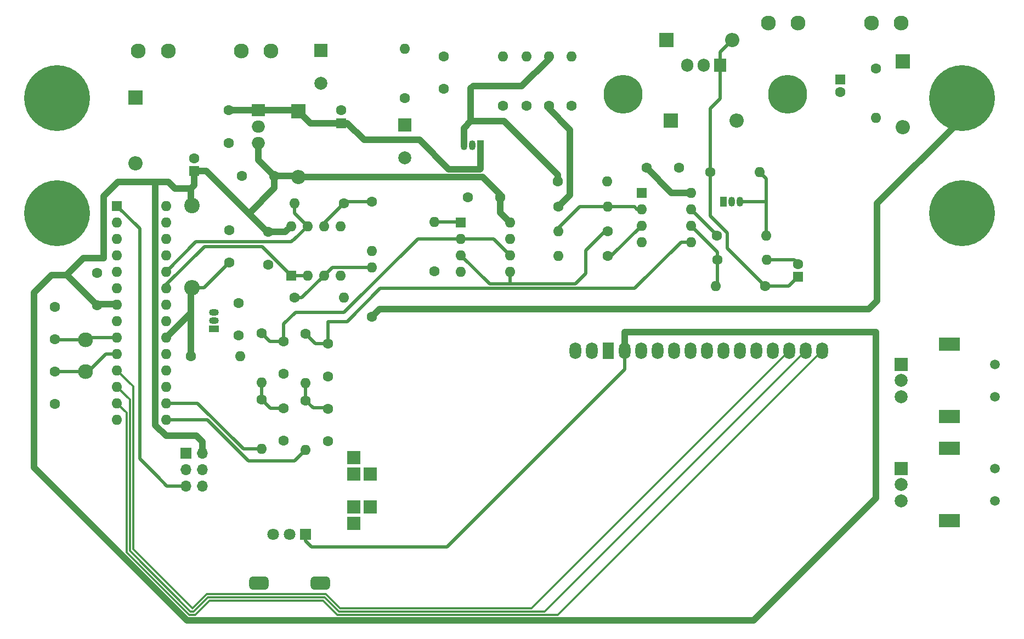
<source format=gbr>
%TF.GenerationSoftware,KiCad,Pcbnew,(6.0.7)*%
%TF.CreationDate,2022-10-29T05:58:59-06:00*%
%TF.ProjectId,atmega-powersupply-v1,61746d65-6761-42d7-906f-776572737570,rev?*%
%TF.SameCoordinates,Original*%
%TF.FileFunction,Copper,L1,Top*%
%TF.FilePolarity,Positive*%
%FSLAX46Y46*%
G04 Gerber Fmt 4.6, Leading zero omitted, Abs format (unit mm)*
G04 Created by KiCad (PCBNEW (6.0.7)) date 2022-10-29 05:58:59*
%MOMM*%
%LPD*%
G01*
G04 APERTURE LIST*
G04 Aperture macros list*
%AMRoundRect*
0 Rectangle with rounded corners*
0 $1 Rounding radius*
0 $2 $3 $4 $5 $6 $7 $8 $9 X,Y pos of 4 corners*
0 Add a 4 corners polygon primitive as box body*
4,1,4,$2,$3,$4,$5,$6,$7,$8,$9,$2,$3,0*
0 Add four circle primitives for the rounded corners*
1,1,$1+$1,$2,$3*
1,1,$1+$1,$4,$5*
1,1,$1+$1,$6,$7*
1,1,$1+$1,$8,$9*
0 Add four rect primitives between the rounded corners*
20,1,$1+$1,$2,$3,$4,$5,0*
20,1,$1+$1,$4,$5,$6,$7,0*
20,1,$1+$1,$6,$7,$8,$9,0*
20,1,$1+$1,$8,$9,$2,$3,0*%
G04 Aperture macros list end*
%TA.AperFunction,ComponentPad*%
%ADD10R,2.200000X2.200000*%
%TD*%
%TA.AperFunction,ComponentPad*%
%ADD11O,2.200000X2.200000*%
%TD*%
%TA.AperFunction,ComponentPad*%
%ADD12C,1.600000*%
%TD*%
%TA.AperFunction,ComponentPad*%
%ADD13O,1.600000X1.600000*%
%TD*%
%TA.AperFunction,ComponentPad*%
%ADD14R,1.600000X1.600000*%
%TD*%
%TA.AperFunction,ComponentPad*%
%ADD15R,1.700000X1.700000*%
%TD*%
%TA.AperFunction,ComponentPad*%
%ADD16O,1.700000X1.700000*%
%TD*%
%TA.AperFunction,ComponentPad*%
%ADD17R,2.000000X2.000000*%
%TD*%
%TA.AperFunction,ComponentPad*%
%ADD18C,2.000000*%
%TD*%
%TA.AperFunction,ComponentPad*%
%ADD19R,1.500000X1.050000*%
%TD*%
%TA.AperFunction,ComponentPad*%
%ADD20O,1.500000X1.050000*%
%TD*%
%TA.AperFunction,ComponentPad*%
%ADD21R,2.000000X1.905000*%
%TD*%
%TA.AperFunction,ComponentPad*%
%ADD22O,2.000000X1.905000*%
%TD*%
%TA.AperFunction,ComponentPad*%
%ADD23C,10.160000*%
%TD*%
%TA.AperFunction,ComponentPad*%
%ADD24C,2.300000*%
%TD*%
%TA.AperFunction,ComponentPad*%
%ADD25R,1.800000X1.800000*%
%TD*%
%TA.AperFunction,ComponentPad*%
%ADD26C,1.800000*%
%TD*%
%TA.AperFunction,ComponentPad*%
%ADD27RoundRect,0.500000X-1.000000X0.500000X-1.000000X-0.500000X1.000000X-0.500000X1.000000X0.500000X0*%
%TD*%
%TA.AperFunction,ComponentPad*%
%ADD28C,1.500000*%
%TD*%
%TA.AperFunction,ComponentPad*%
%ADD29R,3.200000X2.000000*%
%TD*%
%TA.AperFunction,ComponentPad*%
%ADD30R,1.050000X1.500000*%
%TD*%
%TA.AperFunction,ComponentPad*%
%ADD31O,1.050000X1.500000*%
%TD*%
%TA.AperFunction,ComponentPad*%
%ADD32C,6.000000*%
%TD*%
%TA.AperFunction,ComponentPad*%
%ADD33R,1.905000X2.000000*%
%TD*%
%TA.AperFunction,ComponentPad*%
%ADD34O,1.905000X2.000000*%
%TD*%
%TA.AperFunction,ComponentPad*%
%ADD35R,1.800000X2.600000*%
%TD*%
%TA.AperFunction,ComponentPad*%
%ADD36O,1.800000X2.600000*%
%TD*%
%TA.AperFunction,ComponentPad*%
%ADD37C,2.400000*%
%TD*%
%TA.AperFunction,ComponentPad*%
%ADD38O,2.400000X2.400000*%
%TD*%
%TA.AperFunction,Conductor*%
%ADD39C,1.000000*%
%TD*%
%TA.AperFunction,Conductor*%
%ADD40C,0.500000*%
%TD*%
%TA.AperFunction,Conductor*%
%ADD41C,0.250000*%
%TD*%
%TA.AperFunction,Conductor*%
%ADD42C,0.300000*%
%TD*%
G04 APERTURE END LIST*
D10*
%TO.P,D2,1,K*%
%TO.N,VAA*%
X81692750Y-45212000D03*
D11*
%TO.P,D2,2,A*%
%TO.N,+5V*%
X81692750Y-55372000D03*
%TD*%
D12*
%TO.P,C5,1*%
%TO.N,+5V*%
X77969750Y-55245000D03*
%TO.P,C5,2*%
%TO.N,Earth*%
X72969750Y-55245000D03*
%TD*%
%TO.P,R3,1*%
%TO.N,Net-(C9-Pad1)*%
X82800000Y-79629000D03*
D13*
%TO.P,R3,2*%
%TO.N,Net-(C8-Pad1)*%
X82800000Y-87249000D03*
%TD*%
D12*
%TO.P,C8,1*%
%TO.N,Net-(C8-Pad1)*%
X86200000Y-91200000D03*
%TO.P,C8,2*%
%TO.N,Earth*%
X86200000Y-96200000D03*
%TD*%
D14*
%TO.P,U2,1*%
%TO.N,Net-(R12-Pad1)*%
X134625000Y-57800000D03*
D13*
%TO.P,U2,2,-*%
%TO.N,Net-(R10-Pad2)*%
X134625000Y-60340000D03*
%TO.P,U2,3,+*%
%TO.N,Net-(R11-Pad1)*%
X134625000Y-62880000D03*
%TO.P,U2,4,V-*%
%TO.N,Earth*%
X134625000Y-65420000D03*
%TO.P,U2,5,+*%
%TO.N,Net-(C9-Pad1)*%
X142245000Y-65420000D03*
%TO.P,U2,6,-*%
%TO.N,Net-(R4-Pad1)*%
X142245000Y-62880000D03*
%TO.P,U2,7*%
%TO.N,Net-(R6-Pad1)*%
X142245000Y-60340000D03*
%TO.P,U2,8,V+*%
%TO.N,VAA*%
X142245000Y-57800000D03*
%TD*%
D12*
%TO.P,R13,1*%
%TO.N,Net-(C14-Pad1)*%
X76000000Y-89789000D03*
D13*
%TO.P,R13,2*%
%TO.N,Net-(R13-Pad2)*%
X76000000Y-97409000D03*
%TD*%
D15*
%TO.P,J5,1,MISO*%
%TO.N,Net-(J5-Pad1)*%
X64293750Y-98044000D03*
D16*
%TO.P,J5,2,VCC*%
%TO.N,+5V*%
X66833750Y-98044000D03*
%TO.P,J5,3,SCK*%
%TO.N,Net-(J5-Pad3)*%
X64293750Y-100584000D03*
%TO.P,J5,4,MOSI*%
%TO.N,Net-(J5-Pad4)*%
X66833750Y-100584000D03*
%TO.P,J5,5,~{RST}*%
%TO.N,Net-(J5-Pad5)*%
X64293750Y-103124000D03*
%TO.P,J5,6,GND*%
%TO.N,Earth*%
X66833750Y-103124000D03*
%TD*%
D12*
%TO.P,C17,1*%
%TO.N,+5V*%
X50577750Y-75184000D03*
%TO.P,C17,2*%
%TO.N,Earth*%
X50577750Y-70184000D03*
%TD*%
D17*
%TO.P,C2,1*%
%TO.N,Net-(C2-Pad1)*%
X98075750Y-47371000D03*
D18*
%TO.P,C2,2*%
%TO.N,Earth*%
X98075750Y-52371000D03*
%TD*%
D19*
%TO.P,U8,1*%
%TO.N,N/C*%
X68611750Y-78867000D03*
D20*
%TO.P,U8,2,K*%
%TO.N,Net-(C21-Pad1)*%
X68611750Y-77597000D03*
%TO.P,U8,3,A*%
%TO.N,Earth*%
X68611750Y-76327000D03*
%TD*%
D21*
%TO.P,U1,1,VI*%
%TO.N,VAA*%
X75469750Y-45085000D03*
D22*
%TO.P,U1,2,GND*%
%TO.N,Earth*%
X75469750Y-47625000D03*
%TO.P,U1,3,VO*%
%TO.N,+5V*%
X75469750Y-50165000D03*
%TD*%
D12*
%TO.P,C20,1*%
%TO.N,Earth*%
X44050000Y-90400000D03*
%TO.P,C20,2*%
%TO.N,Net-(C20-Pad2)*%
X44050000Y-85400000D03*
%TD*%
%TO.P,R18,1*%
%TO.N,Net-(D3-Pad1)*%
X120330000Y-44360000D03*
D13*
%TO.P,R18,2*%
%TO.N,+VDC*%
X120330000Y-36740000D03*
%TD*%
D12*
%TO.P,R11,1*%
%TO.N,Net-(R11-Pad1)*%
X129390000Y-67560000D03*
D13*
%TO.P,R11,2*%
%TO.N,Earth*%
X121770000Y-67560000D03*
%TD*%
D10*
%TO.P,D4,1,K*%
%TO.N,Net-(C11-Pad1)*%
X138480000Y-34200000D03*
D11*
%TO.P,D4,2,A*%
%TO.N,Net-(C10-Pad1)*%
X148640000Y-34200000D03*
%TD*%
D12*
%TO.P,C16,1*%
%TO.N,+5V*%
X76993750Y-63881000D03*
%TO.P,C16,2*%
%TO.N,Earth*%
X76993750Y-68881000D03*
%TD*%
D10*
%TO.P,D5,1,K*%
%TO.N,Net-(C11-Pad1)*%
X174980000Y-37490000D03*
D11*
%TO.P,D5,2,A*%
%TO.N,Earth*%
X174980000Y-47650000D03*
%TD*%
D23*
%TO.P,J3,1,Pin_1*%
%TO.N,Net-(F2-Pad2)*%
X184150000Y-43180000D03*
%TD*%
D12*
%TO.P,R17,1*%
%TO.N,Net-(D3-Pad1)*%
X116890000Y-44330000D03*
D13*
%TO.P,R17,2*%
%TO.N,+VDC*%
X116890000Y-36710000D03*
%TD*%
D23*
%TO.P,J4,1,Pin_1*%
%TO.N,Earth*%
X184150000Y-60960000D03*
%TD*%
D24*
%TO.P,F1,1*%
%TO.N,Net-(F1-Pad1)*%
X61560000Y-35890000D03*
X56960000Y-35890000D03*
%TO.P,F1,2*%
%TO.N,+VDC*%
X72860000Y-35890000D03*
X77460000Y-35890000D03*
%TD*%
D12*
%TO.P,R10,1*%
%TO.N,Net-(D3-Pad1)*%
X121780000Y-59970000D03*
D13*
%TO.P,R10,2*%
%TO.N,Net-(R10-Pad2)*%
X129400000Y-59970000D03*
%TD*%
D12*
%TO.P,C13,1*%
%TO.N,+VDC*%
X104100000Y-36725000D03*
%TO.P,C13,2*%
%TO.N,Earth*%
X104100000Y-41725000D03*
%TD*%
%TO.P,R9,1*%
%TO.N,+VDC*%
X121730000Y-56080000D03*
D13*
%TO.P,R9,2*%
%TO.N,Net-(R11-Pad1)*%
X129350000Y-56080000D03*
%TD*%
D12*
%TO.P,R1,1*%
%TO.N,Net-(C2-Pad1)*%
X98100000Y-43175000D03*
D13*
%TO.P,R1,2*%
%TO.N,+VDC*%
X98100000Y-35555000D03*
%TD*%
D12*
%TO.P,R20,1*%
%TO.N,Net-(F2-Pad2)*%
X92995750Y-76962000D03*
D13*
%TO.P,R20,2*%
%TO.N,Net-(R20-Pad2)*%
X92995750Y-69342000D03*
%TD*%
D12*
%TO.P,R8,1*%
%TO.N,Net-(C11-Pad1)*%
X170790000Y-38640000D03*
D13*
%TO.P,R8,2*%
%TO.N,Earth*%
X170790000Y-46260000D03*
%TD*%
D12*
%TO.P,R14,1*%
%TO.N,Net-(C15-Pad1)*%
X76000000Y-79542000D03*
D13*
%TO.P,R14,2*%
%TO.N,Net-(C14-Pad1)*%
X76000000Y-87162000D03*
%TD*%
D10*
%TO.P,D3,1,K*%
%TO.N,Net-(D3-Pad1)*%
X139150000Y-46690000D03*
D11*
%TO.P,D3,2,A*%
%TO.N,Net-(C11-Pad1)*%
X149310000Y-46690000D03*
%TD*%
D14*
%TO.P,U4,1*%
%TO.N,Net-(R15-Pad2)*%
X106721750Y-62367000D03*
D13*
%TO.P,U4,2,-*%
%TO.N,Net-(C15-Pad1)*%
X106721750Y-64907000D03*
%TO.P,U4,3,+*%
%TO.N,Net-(R12-Pad1)*%
X106721750Y-67447000D03*
%TO.P,U4,4,V-*%
%TO.N,Earth*%
X106721750Y-69987000D03*
%TO.P,U4,5,+*%
%TO.N,Net-(R12-Pad1)*%
X114341750Y-69987000D03*
%TO.P,U4,6,-*%
%TO.N,Net-(C15-Pad1)*%
X114341750Y-67447000D03*
%TO.P,U4,7*%
%TO.N,unconnected-(U4-Pad7)*%
X114341750Y-64907000D03*
%TO.P,U4,8,V+*%
%TO.N,+5V*%
X114341750Y-62367000D03*
%TD*%
D12*
%TO.P,C18,1*%
%TO.N,+5VA*%
X71024750Y-68580000D03*
%TO.P,C18,2*%
%TO.N,Earth*%
X71024750Y-63580000D03*
%TD*%
%TO.P,C12,1*%
%TO.N,+5V*%
X112820000Y-58470000D03*
%TO.P,C12,2*%
%TO.N,Earth*%
X107820000Y-58470000D03*
%TD*%
%TO.P,R5,1*%
%TO.N,Net-(C10-Pad1)*%
X153701750Y-72263000D03*
D13*
%TO.P,R5,2*%
%TO.N,Net-(R4-Pad1)*%
X146081750Y-72263000D03*
%TD*%
D12*
%TO.P,R19,1*%
%TO.N,Net-(D3-Pad1)*%
X123840000Y-44360000D03*
D13*
%TO.P,R19,2*%
%TO.N,+VDC*%
X123840000Y-36740000D03*
%TD*%
D23*
%TO.P,J1,1,Pin_1*%
%TO.N,Net-(F1-Pad1)*%
X44450000Y-43180000D03*
%TD*%
D12*
%TO.P,C19,1*%
%TO.N,Net-(C19-Pad1)*%
X44050000Y-80450000D03*
%TO.P,C19,2*%
%TO.N,Earth*%
X44050000Y-75450000D03*
%TD*%
D25*
%TO.P,RV1,1,1*%
%TO.N,+5V*%
X82800000Y-110600000D03*
D26*
%TO.P,RV1,2,2*%
%TO.N,Net-(RV1-Pad2)*%
X80300000Y-110600000D03*
%TO.P,RV1,3,3*%
%TO.N,Earth*%
X77800000Y-110600000D03*
D27*
%TO.P,RV1,MP*%
%TO.N,N/C*%
X75550000Y-118100000D03*
X85050000Y-118100000D03*
%TD*%
D28*
%TO.P,SW2,*%
%TO.N,*%
X189200000Y-105400000D03*
X189200000Y-100400000D03*
D17*
%TO.P,SW2,A,A*%
%TO.N,Net-(SW2-PadA)*%
X174700000Y-100400000D03*
D18*
%TO.P,SW2,B,B*%
%TO.N,Net-(SW2-PadB)*%
X174700000Y-105400000D03*
%TO.P,SW2,C,C*%
%TO.N,Earth*%
X174700000Y-102900000D03*
D29*
%TO.P,SW2,MP*%
%TO.N,N/C*%
X182200000Y-108500000D03*
X182200000Y-97300000D03*
%TD*%
D14*
%TO.P,U6,1,~{RESET}/PC6*%
%TO.N,Net-(J5-Pad5)*%
X53635750Y-59827000D03*
D13*
%TO.P,U6,2,PD0*%
%TO.N,Net-(U6-Pad2)*%
X53635750Y-62367000D03*
%TO.P,U6,3,PD1*%
%TO.N,Net-(U6-Pad3)*%
X53635750Y-64907000D03*
%TO.P,U6,4,PD2*%
%TO.N,unconnected-(U6-Pad4)*%
X53635750Y-67447000D03*
%TO.P,U6,5,PD3*%
%TO.N,unconnected-(U6-Pad5)*%
X53635750Y-69987000D03*
%TO.P,U6,6,PD4*%
%TO.N,Net-(U6-Pad6)*%
X53635750Y-72527000D03*
%TO.P,U6,7,VCC*%
%TO.N,+5V*%
X53635750Y-75067000D03*
%TO.P,U6,8,GND*%
%TO.N,Earth*%
X53635750Y-77607000D03*
%TO.P,U6,9,XTAL1/PB6*%
%TO.N,Net-(C19-Pad1)*%
X53635750Y-80147000D03*
%TO.P,U6,10,XTAL2/PB7*%
%TO.N,Net-(C20-Pad2)*%
X53635750Y-82687000D03*
%TO.P,U6,11,PD5*%
%TO.N,Net-(U6-Pad11)*%
X53635750Y-85227000D03*
%TO.P,U6,12,PD6*%
%TO.N,Net-(U6-Pad12)*%
X53635750Y-87767000D03*
%TO.P,U6,13,PD7*%
%TO.N,Net-(U6-Pad13)*%
X53635750Y-90307000D03*
%TO.P,U6,14,PB0*%
%TO.N,unconnected-(U6-Pad14)*%
X53635750Y-92847000D03*
%TO.P,U6,15,PB1*%
%TO.N,Net-(R2-Pad2)*%
X61255750Y-92847000D03*
%TO.P,U6,16,PB2*%
%TO.N,Net-(R13-Pad2)*%
X61255750Y-90307000D03*
%TO.P,U6,17,PB3*%
%TO.N,Net-(J5-Pad1)*%
X61255750Y-87767000D03*
%TO.P,U6,18,PB4*%
%TO.N,Net-(J5-Pad4)*%
X61255750Y-85227000D03*
%TO.P,U6,19,PB5*%
%TO.N,Net-(J5-Pad3)*%
X61255750Y-82687000D03*
%TO.P,U6,20,AVCC*%
%TO.N,+5VA*%
X61255750Y-80147000D03*
%TO.P,U6,21,AREF*%
%TO.N,Net-(C21-Pad1)*%
X61255750Y-77607000D03*
%TO.P,U6,22,GND*%
%TO.N,Earth*%
X61255750Y-75067000D03*
%TO.P,U6,23,PC0*%
%TO.N,Net-(U5-Pad1)*%
X61255750Y-72527000D03*
%TO.P,U6,24,PC1*%
%TO.N,Net-(R22-Pad2)*%
X61255750Y-69987000D03*
%TO.P,U6,25,PC2*%
%TO.N,Net-(SW2-PadB)*%
X61255750Y-67447000D03*
%TO.P,U6,26,PC3*%
%TO.N,Net-(SW2-PadA)*%
X61255750Y-64907000D03*
%TO.P,U6,27,PC4*%
%TO.N,Net-(SW3-PadB)*%
X61255750Y-62367000D03*
%TO.P,U6,28,PC5*%
%TO.N,Net-(SW3-PadA)*%
X61255750Y-59827000D03*
%TD*%
D12*
%TO.P,R4,1*%
%TO.N,Net-(R4-Pad1)*%
X146335750Y-68199000D03*
D13*
%TO.P,R4,2*%
%TO.N,Earth*%
X153955750Y-68199000D03*
%TD*%
D12*
%TO.P,R23,1*%
%TO.N,Net-(R22-Pad1)*%
X92995750Y-59182000D03*
D13*
%TO.P,R23,2*%
%TO.N,Earth*%
X92995750Y-66802000D03*
%TD*%
D30*
%TO.P,Q1,1,E*%
%TO.N,VAA*%
X109760000Y-50460000D03*
D31*
%TO.P,Q1,2,B*%
%TO.N,Net-(C2-Pad1)*%
X108490000Y-50460000D03*
%TO.P,Q1,3,C*%
%TO.N,+VDC*%
X107220000Y-50460000D03*
%TD*%
D12*
%TO.P,R21,1*%
%TO.N,Net-(R20-Pad2)*%
X81057750Y-74041000D03*
D13*
%TO.P,R21,2*%
%TO.N,Earth*%
X88677750Y-74041000D03*
%TD*%
D14*
%TO.P,C10,1*%
%TO.N,Net-(C10-Pad1)*%
X158800000Y-70815113D03*
D12*
%TO.P,C10,2*%
%TO.N,Earth*%
X158800000Y-68815113D03*
%TD*%
D24*
%TO.P,F2,1*%
%TO.N,Net-(C11-Pad1)*%
X154230000Y-31550000D03*
X158830000Y-31550000D03*
%TO.P,F2,2*%
%TO.N,Net-(F2-Pad2)*%
X174730000Y-31550000D03*
X170130000Y-31550000D03*
%TD*%
D23*
%TO.P,J2,1,Pin_1*%
%TO.N,Earth*%
X44450000Y-60960000D03*
%TD*%
D28*
%TO.P,SW3,*%
%TO.N,*%
X189200000Y-84300000D03*
X189200000Y-89300000D03*
D17*
%TO.P,SW3,A,A*%
%TO.N,Net-(SW3-PadA)*%
X174700000Y-84300000D03*
D18*
%TO.P,SW3,B,B*%
%TO.N,Net-(SW3-PadB)*%
X174700000Y-89300000D03*
%TO.P,SW3,C,C*%
%TO.N,Earth*%
X174700000Y-86800000D03*
D29*
%TO.P,SW3,MP*%
%TO.N,N/C*%
X182200000Y-92400000D03*
X182200000Y-81200000D03*
%TD*%
D32*
%TO.P,HS1,1*%
%TO.N,N/C*%
X131770000Y-42580000D03*
X157170000Y-42580000D03*
%TD*%
D14*
%TO.P,C11,1*%
%TO.N,Net-(C11-Pad1)*%
X165280000Y-40284888D03*
D12*
%TO.P,C11,2*%
%TO.N,Earth*%
X165280000Y-42284888D03*
%TD*%
%TO.P,C14,1*%
%TO.N,Net-(C14-Pad1)*%
X79400000Y-91099000D03*
%TO.P,C14,2*%
%TO.N,Earth*%
X79400000Y-96099000D03*
%TD*%
D33*
%TO.P,U3,1,ADJ*%
%TO.N,Net-(C10-Pad1)*%
X146730000Y-38105000D03*
D34*
%TO.P,U3,2,VO*%
%TO.N,Net-(C11-Pad1)*%
X144190000Y-38105000D03*
%TO.P,U3,3,VI*%
%TO.N,Net-(D3-Pad1)*%
X141650000Y-38105000D03*
%TD*%
D10*
%TO.P,D1,1,K*%
%TO.N,+VDC*%
X56500000Y-43100000D03*
D11*
%TO.P,D1,2,A*%
%TO.N,Earth*%
X56500000Y-53260000D03*
%TD*%
D12*
%TO.P,C21,1*%
%TO.N,Net-(C21-Pad1)*%
X72421750Y-79883000D03*
%TO.P,C21,2*%
%TO.N,Earth*%
X72421750Y-74883000D03*
%TD*%
%TO.P,R24,1*%
%TO.N,+5VA*%
X65055750Y-83058000D03*
D13*
%TO.P,R24,2*%
%TO.N,Net-(C21-Pad1)*%
X72675750Y-83058000D03*
%TD*%
D14*
%TO.P,U5,1*%
%TO.N,Net-(U5-Pad1)*%
X80549750Y-70612000D03*
D13*
%TO.P,U5,2,-*%
X83089750Y-70612000D03*
%TO.P,U5,3,+*%
%TO.N,Net-(R20-Pad2)*%
X85629750Y-70612000D03*
%TO.P,U5,4,V-*%
%TO.N,Earth*%
X88169750Y-70612000D03*
%TO.P,U5,5,+*%
%TO.N,Net-(R12-Pad1)*%
X88169750Y-62992000D03*
%TO.P,U5,6,-*%
%TO.N,Net-(R22-Pad1)*%
X85629750Y-62992000D03*
%TO.P,U5,7*%
%TO.N,Net-(R22-Pad2)*%
X83089750Y-62992000D03*
%TO.P,U5,8,V+*%
%TO.N,+5V*%
X80549750Y-62992000D03*
%TD*%
D12*
%TO.P,R2,1*%
%TO.N,Net-(C8-Pad1)*%
X82800000Y-89900000D03*
D13*
%TO.P,R2,2*%
%TO.N,Net-(R2-Pad2)*%
X82800000Y-97520000D03*
%TD*%
D12*
%TO.P,R6,1*%
%TO.N,Net-(R6-Pad1)*%
X146225000Y-64475000D03*
D13*
%TO.P,R6,2*%
%TO.N,Net-(Q2-Pad3)*%
X153845000Y-64475000D03*
%TD*%
D24*
%TO.P,Y1,1,1*%
%TO.N,Net-(C19-Pad1)*%
X48850000Y-80500000D03*
%TO.P,Y1,2,2*%
%TO.N,Net-(C20-Pad2)*%
X48850000Y-85400000D03*
%TD*%
D12*
%TO.P,C4,1*%
%TO.N,VAA*%
X70897750Y-45085000D03*
%TO.P,C4,2*%
%TO.N,Earth*%
X70897750Y-50085000D03*
%TD*%
%TO.P,C15,1*%
%TO.N,Net-(C15-Pad1)*%
X79400000Y-80800000D03*
%TO.P,C15,2*%
%TO.N,Earth*%
X79400000Y-85800000D03*
%TD*%
D30*
%TO.P,Q2,1,E*%
%TO.N,Earth*%
X147275000Y-59175000D03*
D31*
%TO.P,Q2,2,B*%
%TO.N,Net-(Q2-Pad2)*%
X148545000Y-59175000D03*
%TO.P,Q2,3,C*%
%TO.N,Net-(Q2-Pad3)*%
X149815000Y-59175000D03*
%TD*%
D35*
%TO.P,U7,1,VSS*%
%TO.N,Earth*%
X129500000Y-82200000D03*
D36*
%TO.P,U7,2,VDD*%
%TO.N,+5V*%
X132040000Y-82200000D03*
%TO.P,U7,3,VO*%
%TO.N,Net-(RV1-Pad2)*%
X134580000Y-82200000D03*
%TO.P,U7,4,RS*%
%TO.N,Net-(U6-Pad2)*%
X137120000Y-82200000D03*
%TO.P,U7,5,R/W*%
%TO.N,Earth*%
X139660000Y-82200000D03*
%TO.P,U7,6,E*%
%TO.N,Net-(U6-Pad3)*%
X142200000Y-82200000D03*
%TO.P,U7,7,DB0*%
%TO.N,unconnected-(U7-Pad7)*%
X144740000Y-82200000D03*
%TO.P,U7,8,DB1*%
%TO.N,unconnected-(U7-Pad8)*%
X147280000Y-82200000D03*
%TO.P,U7,9,DB2*%
%TO.N,unconnected-(U7-Pad9)*%
X149820000Y-82200000D03*
%TO.P,U7,10,DB3*%
%TO.N,unconnected-(U7-Pad10)*%
X152360000Y-82200000D03*
%TO.P,U7,11,DB4*%
%TO.N,Net-(U6-Pad6)*%
X154900000Y-82200000D03*
%TO.P,U7,12,DB5*%
%TO.N,Net-(U6-Pad11)*%
X157440000Y-82200000D03*
%TO.P,U7,13,DB6*%
%TO.N,Net-(U6-Pad12)*%
X159985080Y-82202540D03*
%TO.P,U7,14,DB7*%
%TO.N,Net-(U6-Pad13)*%
X162520000Y-82200000D03*
%TO.P,U7,15,A/VEE*%
%TO.N,unconnected-(U7-Pad15)*%
X124420000Y-82200000D03*
%TO.P,U7,16,K*%
%TO.N,unconnected-(U7-Pad16)*%
X126965080Y-82202540D03*
D17*
%TO.P,U7,A1*%
%TO.N,N/C*%
X90220000Y-108880000D03*
X92760000Y-106340000D03*
X90220000Y-106340000D03*
%TO.P,U7,K1*%
X90220000Y-98720000D03*
X90220000Y-101260000D03*
X92760000Y-101260000D03*
%TD*%
D12*
%TO.P,R7,1*%
%TO.N,Net-(C10-Pad1)*%
X145250000Y-54625000D03*
D13*
%TO.P,R7,2*%
%TO.N,Net-(Q2-Pad3)*%
X152870000Y-54625000D03*
%TD*%
D14*
%TO.P,C3,1*%
%TO.N,VAA*%
X88296750Y-47056112D03*
D12*
%TO.P,C3,2*%
%TO.N,Earth*%
X88296750Y-45056112D03*
%TD*%
%TO.P,R15,1*%
%TO.N,Net-(Q2-Pad2)*%
X102647750Y-69977000D03*
D13*
%TO.P,R15,2*%
%TO.N,Net-(R15-Pad2)*%
X102647750Y-62357000D03*
%TD*%
D12*
%TO.P,R16,1*%
%TO.N,Net-(D3-Pad1)*%
X113220000Y-44330000D03*
D13*
%TO.P,R16,2*%
%TO.N,+VDC*%
X113220000Y-36710000D03*
%TD*%
D12*
%TO.P,C9,1*%
%TO.N,Net-(C9-Pad1)*%
X86200000Y-81153000D03*
%TO.P,C9,2*%
%TO.N,Earth*%
X86200000Y-86153000D03*
%TD*%
D17*
%TO.P,C1,1*%
%TO.N,+VDC*%
X85100000Y-35859323D03*
D18*
%TO.P,C1,2*%
%TO.N,Earth*%
X85100000Y-40859323D03*
%TD*%
D12*
%TO.P,R22,1*%
%TO.N,Net-(R22-Pad1)*%
X88677750Y-59436000D03*
D13*
%TO.P,R22,2*%
%TO.N,Net-(R22-Pad2)*%
X81057750Y-59436000D03*
%TD*%
D14*
%TO.P,C6,1*%
%TO.N,+5V*%
X65563750Y-54483000D03*
D12*
%TO.P,C6,2*%
%TO.N,Earth*%
X65563750Y-52483000D03*
%TD*%
D37*
%TO.P,FB1,1*%
%TO.N,+5V*%
X65225000Y-59775000D03*
D38*
%TO.P,FB1,2*%
%TO.N,+5VA*%
X65225000Y-72475000D03*
%TD*%
D12*
%TO.P,R12,1*%
%TO.N,Net-(R12-Pad1)*%
X129440000Y-63750000D03*
D13*
%TO.P,R12,2*%
%TO.N,Net-(R10-Pad2)*%
X121820000Y-63750000D03*
%TD*%
D12*
%TO.P,C7,1*%
%TO.N,VAA*%
X135425000Y-53950000D03*
%TO.P,C7,2*%
%TO.N,Earth*%
X140425000Y-53950000D03*
%TD*%
D39*
%TO.N,VAA*%
X75469750Y-45085000D02*
X70897750Y-45085000D01*
X109800000Y-54110000D02*
X109730000Y-54180000D01*
X109760000Y-50460000D02*
X109800000Y-50500000D01*
X109800000Y-50500000D02*
X109800000Y-54110000D01*
X89185750Y-47056112D02*
X83536862Y-47056112D01*
X104884750Y-54180000D02*
X100361750Y-49657000D01*
X135425000Y-53950000D02*
X139275000Y-57800000D01*
X100361750Y-49657000D02*
X91786638Y-49657000D01*
X109730000Y-54180000D02*
X104884750Y-54180000D01*
X83536862Y-47056112D02*
X81692750Y-45212000D01*
X81692750Y-45212000D02*
X81565750Y-45085000D01*
X91786638Y-49657000D02*
X89185750Y-47056112D01*
X139275000Y-57800000D02*
X142245000Y-57800000D01*
X81565750Y-45085000D02*
X75469750Y-45085000D01*
D40*
%TO.N,Earth*%
X158183887Y-68199000D02*
X158800000Y-68815113D01*
X153955750Y-68199000D02*
X158183887Y-68199000D01*
D39*
%TO.N,+VDC*%
X121730000Y-55055000D02*
X121730000Y-56080000D01*
X120330000Y-37150000D02*
X116155000Y-41325000D01*
X120330000Y-36740000D02*
X120330000Y-37150000D01*
X107220000Y-47820000D02*
X108290000Y-46750000D01*
X116155000Y-41325000D02*
X108635000Y-41325000D01*
X108290000Y-41670000D02*
X108290000Y-46750000D01*
X113425000Y-46750000D02*
X121730000Y-55055000D01*
X107220000Y-50460000D02*
X107220000Y-47820000D01*
X108290000Y-46750000D02*
X113425000Y-46750000D01*
X108635000Y-41325000D02*
X108290000Y-41670000D01*
%TO.N,+5V*%
X132000000Y-79300000D02*
X132040000Y-79340000D01*
D40*
X104600000Y-112500000D02*
X83700000Y-112500000D01*
D39*
X81692750Y-55372000D02*
X81720750Y-55400000D01*
X65563750Y-56636774D02*
X65563750Y-54483000D01*
X77969750Y-55245000D02*
X77969750Y-57063000D01*
X66833750Y-96266000D02*
X66833750Y-98044000D01*
X75469750Y-52745000D02*
X77969750Y-55245000D01*
X77969750Y-55245000D02*
X81565750Y-55245000D01*
X62642750Y-57150000D02*
X61626750Y-56134000D01*
X53793214Y-56134000D02*
X59594750Y-56134000D01*
X170800000Y-79300000D02*
X132000000Y-79300000D01*
X76993750Y-63881000D02*
X76866750Y-63881000D01*
X61626750Y-56134000D02*
X59594750Y-56134000D01*
X64674750Y-57150000D02*
X62642750Y-57150000D01*
X45943750Y-70550000D02*
X45850000Y-70550000D01*
X51613982Y-67886018D02*
X51613982Y-58313232D01*
X64862637Y-57337887D02*
X65563750Y-56636774D01*
X76866750Y-63881000D02*
X74009250Y-61023500D01*
X64500000Y-123900000D02*
X151900000Y-123900000D01*
D40*
X132040000Y-82200000D02*
X132040000Y-85060000D01*
D39*
X65055750Y-59605750D02*
X65225000Y-59775000D01*
X151900000Y-123900000D02*
X170800000Y-105000000D01*
D40*
X132040000Y-85060000D02*
X104600000Y-112500000D01*
D39*
X51613982Y-58313232D02*
X53793214Y-56134000D01*
X81565750Y-55245000D02*
X81692750Y-55372000D01*
X50577750Y-75057000D02*
X53625750Y-75057000D01*
X43575000Y-70550000D02*
X40875000Y-73250000D01*
X50577750Y-75184000D02*
X45943750Y-70550000D01*
X112820000Y-58470000D02*
X112820000Y-60845250D01*
X65944750Y-95377000D02*
X66833750Y-96266000D01*
D40*
X83700000Y-112500000D02*
X82800000Y-111600000D01*
D39*
X59594750Y-93726000D02*
X61245750Y-95377000D01*
X40875000Y-100275000D02*
X64500000Y-123900000D01*
X112820000Y-60845250D02*
X114341750Y-62367000D01*
X112820000Y-58091250D02*
X112820000Y-58470000D01*
X51600000Y-67900000D02*
X51613982Y-67886018D01*
X77969750Y-57063000D02*
X74009250Y-61023500D01*
X61245750Y-95377000D02*
X65944750Y-95377000D01*
X132040000Y-79340000D02*
X132040000Y-82200000D01*
X59594750Y-56134000D02*
X59594750Y-93726000D01*
X74009250Y-61023500D02*
X67468750Y-54483000D01*
X45850000Y-70550000D02*
X43575000Y-70550000D01*
X170800000Y-105000000D02*
X170800000Y-79300000D01*
X48500000Y-67900000D02*
X51600000Y-67900000D01*
X53625750Y-75057000D02*
X53635750Y-75067000D01*
X81720750Y-55400000D02*
X110128750Y-55400000D01*
X65055750Y-57531000D02*
X65055750Y-59605750D01*
X110128750Y-55400000D02*
X112820000Y-58091250D01*
D40*
X82800000Y-111600000D02*
X82800000Y-110600000D01*
D39*
X76993750Y-63881000D02*
X79660750Y-63881000D01*
X67468750Y-54483000D02*
X65563750Y-54483000D01*
X79660750Y-63881000D02*
X80549750Y-62992000D01*
X40875000Y-73250000D02*
X40875000Y-100275000D01*
X45850000Y-70550000D02*
X48500000Y-67900000D01*
X75469750Y-50165000D02*
X75469750Y-52745000D01*
X64862637Y-57337887D02*
X64801750Y-57277000D01*
D40*
%TO.N,Net-(C8-Pad1)*%
X83959000Y-91059000D02*
X82800000Y-89900000D01*
X86059000Y-91059000D02*
X83959000Y-91059000D01*
X82800000Y-87249000D02*
X82800000Y-89900000D01*
X86200000Y-91200000D02*
X86059000Y-91059000D01*
%TO.N,Net-(C9-Pad1)*%
X86200000Y-81153000D02*
X86200000Y-77724000D01*
X140752750Y-65420000D02*
X142245000Y-65420000D01*
X86200000Y-77724000D02*
X89185750Y-77724000D01*
X86200000Y-81153000D02*
X84324000Y-81153000D01*
X133572750Y-72600000D02*
X140752750Y-65420000D01*
X94309750Y-72600000D02*
X133572750Y-72600000D01*
X84324000Y-81153000D02*
X82800000Y-79629000D01*
X89185750Y-77724000D02*
X94309750Y-72600000D01*
%TO.N,Net-(C10-Pad1)*%
X146730000Y-43290000D02*
X146730000Y-38105000D01*
X153701750Y-72263000D02*
X147859750Y-66421000D01*
X145250000Y-44770000D02*
X146730000Y-43290000D01*
X153701750Y-72263000D02*
X157352113Y-72263000D01*
X157352113Y-72263000D02*
X158800000Y-70815113D01*
X146730000Y-36110000D02*
X148640000Y-34200000D01*
X145250000Y-54625000D02*
X145250000Y-44770000D01*
X147859750Y-64009750D02*
X145262600Y-61412600D01*
X146730000Y-38105000D02*
X146730000Y-36110000D01*
X145262600Y-54637600D02*
X145250000Y-54625000D01*
X147859750Y-66421000D02*
X147859750Y-64009750D01*
X145262600Y-61412600D02*
X145262600Y-54637600D01*
%TO.N,Net-(C15-Pad1)*%
X111801750Y-64907000D02*
X114341750Y-67447000D01*
X79400000Y-80800000D02*
X79400000Y-78100000D01*
X77258000Y-80800000D02*
X76000000Y-79542000D01*
X79400000Y-78100000D02*
X81200000Y-76300000D01*
X81200000Y-76300000D02*
X88700000Y-76300000D01*
X106721750Y-64907000D02*
X111801750Y-64907000D01*
X100093000Y-64907000D02*
X106721750Y-64907000D01*
X79400000Y-80800000D02*
X77258000Y-80800000D01*
X88700000Y-76300000D02*
X100093000Y-64907000D01*
%TO.N,Net-(C14-Pad1)*%
X79400000Y-91099000D02*
X77310000Y-91099000D01*
X77310000Y-91099000D02*
X76000000Y-89789000D01*
X76000000Y-89789000D02*
X76000000Y-87162000D01*
%TO.N,Net-(C19-Pad1)*%
X49203000Y-80147000D02*
X48850000Y-80500000D01*
X44100000Y-80500000D02*
X44050000Y-80450000D01*
X48850000Y-80500000D02*
X44100000Y-80500000D01*
X53635750Y-80147000D02*
X49203000Y-80147000D01*
%TO.N,Net-(C20-Pad2)*%
X48850000Y-85400000D02*
X44050000Y-85400000D01*
X49200000Y-85400000D02*
X48850000Y-85400000D01*
X53635750Y-82687000D02*
X51913000Y-82687000D01*
X51913000Y-82687000D02*
X49200000Y-85400000D01*
D39*
%TO.N,Net-(D3-Pad1)*%
X123600000Y-48100000D02*
X120330000Y-44830000D01*
X123600000Y-58150000D02*
X123600000Y-48100000D01*
X121780000Y-59970000D02*
X123600000Y-58150000D01*
X120330000Y-44830000D02*
X120330000Y-44360000D01*
%TO.N,Net-(F2-Pad2)*%
X183500000Y-43830000D02*
X184150000Y-43180000D01*
X183500000Y-46960000D02*
X183500000Y-43830000D01*
X171011322Y-59448678D02*
X183500000Y-46960000D01*
X94157750Y-75800000D02*
X169720000Y-75800000D01*
X92995750Y-76962000D02*
X94157750Y-75800000D01*
X169720000Y-75800000D02*
X171011322Y-74508678D01*
X171011322Y-74508678D02*
X171011322Y-59448678D01*
D40*
%TO.N,Net-(J5-Pad5)*%
X57181750Y-98906949D02*
X59874801Y-101600000D01*
X53635750Y-59827000D02*
X57181750Y-63373000D01*
X59874801Y-101600000D02*
X59874801Y-101626051D01*
X57181750Y-63373000D02*
X57181750Y-98906949D01*
X59874801Y-101626051D02*
X61372750Y-103124000D01*
X61372750Y-103124000D02*
X64293750Y-103124000D01*
%TO.N,Net-(Q2-Pad3)*%
X149815000Y-59175000D02*
X153739200Y-59175000D01*
X153845000Y-55600000D02*
X152870000Y-54625000D01*
X153739200Y-59175000D02*
X153845000Y-59280800D01*
X153845000Y-59280800D02*
X153845000Y-55600000D01*
X153845000Y-64475000D02*
X153845000Y-59280800D01*
%TO.N,Net-(R2-Pad2)*%
X81082572Y-99237428D02*
X82800000Y-97520000D01*
X61255750Y-92847000D02*
X67605750Y-92847000D01*
X73996178Y-99237428D02*
X81082572Y-99237428D01*
X67605750Y-92847000D02*
X73996178Y-99237428D01*
%TO.N,Net-(R4-Pad1)*%
X146335750Y-68199000D02*
X146335750Y-72009000D01*
X146335750Y-68199000D02*
X146335750Y-66970750D01*
X146335750Y-66970750D02*
X142245000Y-62880000D01*
X146335750Y-72009000D02*
X146081750Y-72263000D01*
%TO.N,Net-(R6-Pad1)*%
X142245000Y-60395000D02*
X146225000Y-64375000D01*
X142245000Y-60340000D02*
X142245000Y-60395000D01*
X146225000Y-64375000D02*
X146225000Y-64475000D01*
%TO.N,Net-(R10-Pad2)*%
X129400000Y-59970000D02*
X133534750Y-59970000D01*
X125100750Y-59970000D02*
X129400000Y-59970000D01*
X121820000Y-63250750D02*
X125100750Y-59970000D01*
X133534750Y-59970000D02*
X133904750Y-60340000D01*
X133904750Y-60340000D02*
X134625000Y-60340000D01*
X121820000Y-63750000D02*
X121820000Y-63250750D01*
%TO.N,Net-(R12-Pad1)*%
X114341750Y-71796750D02*
X114341750Y-69987000D01*
X106721750Y-67447000D02*
X111174750Y-71900000D01*
X111174750Y-71900000D02*
X114445000Y-71900000D01*
X126015750Y-66694250D02*
X128960000Y-63750000D01*
X128960000Y-63750000D02*
X129440000Y-63750000D01*
X114445000Y-71900000D02*
X124416600Y-71900000D01*
D41*
X114445000Y-71900000D02*
X114341750Y-71796750D01*
D40*
X126015750Y-70300850D02*
X126015750Y-66694250D01*
X124416600Y-71900000D02*
X126015750Y-70300850D01*
%TO.N,Net-(R11-Pad1)*%
X134625000Y-62895000D02*
X134625000Y-62880000D01*
X129960000Y-67560000D02*
X134625000Y-62895000D01*
X129390000Y-67560000D02*
X129960000Y-67560000D01*
%TO.N,Net-(R13-Pad2)*%
X61255750Y-90307000D02*
X66055700Y-90307000D01*
X66055700Y-90307000D02*
X73157700Y-97409000D01*
X73157700Y-97409000D02*
X76000000Y-97409000D01*
%TO.N,Net-(R15-Pad2)*%
X102647750Y-62357000D02*
X106711750Y-62357000D01*
X106711750Y-62357000D02*
X106721750Y-62367000D01*
%TO.N,Net-(R20-Pad2)*%
X86899750Y-69342000D02*
X92995750Y-69342000D01*
X85629750Y-70612000D02*
X86899750Y-69342000D01*
X81057750Y-74041000D02*
X82200750Y-74041000D01*
X82200750Y-74041000D02*
X85629750Y-70612000D01*
%TO.N,Net-(R22-Pad1)*%
X85629750Y-62484000D02*
X88677750Y-59436000D01*
X92995750Y-59182000D02*
X88931750Y-59182000D01*
X85629750Y-62992000D02*
X85629750Y-62484000D01*
X88931750Y-59182000D02*
X88677750Y-59436000D01*
%TO.N,Net-(R22-Pad2)*%
X81057750Y-60960000D02*
X83089750Y-62992000D01*
X80930750Y-65151000D02*
X83089750Y-62992000D01*
X61255750Y-69987000D02*
X65837750Y-65405000D01*
X65837750Y-65405000D02*
X80549750Y-65405000D01*
X80803750Y-65151000D02*
X80930750Y-65151000D01*
X80549750Y-65405000D02*
X80803750Y-65151000D01*
X81057750Y-59436000D02*
X81057750Y-60960000D01*
%TO.N,Net-(U5-Pad1)*%
X67149750Y-66105000D02*
X76042750Y-66105000D01*
X80549750Y-70612000D02*
X83089750Y-70612000D01*
X61255750Y-72527000D02*
X61255750Y-71999000D01*
X76042750Y-66105000D02*
X80549750Y-70612000D01*
X61255750Y-71999000D02*
X67149750Y-66105000D01*
D42*
%TO.N,Net-(U6-Pad11)*%
X117640000Y-122000000D02*
X157440000Y-82200000D01*
X65300000Y-122000000D02*
X67500000Y-119800000D01*
X85926819Y-119800000D02*
X88126819Y-122000000D01*
X88126819Y-122000000D02*
X117640000Y-122000000D01*
X56149750Y-112849750D02*
X65300000Y-122000000D01*
X56149750Y-87741000D02*
X56149750Y-112849750D01*
X67500000Y-119800000D02*
X85926819Y-119800000D01*
X53635750Y-85227000D02*
X56149750Y-87741000D01*
%TO.N,Net-(U6-Pad12)*%
X65507106Y-122500000D02*
X67707106Y-120300000D01*
X55649750Y-113140562D02*
X65009188Y-122500000D01*
X65009188Y-122500000D02*
X65507106Y-122500000D01*
X119687620Y-122500000D02*
X159985080Y-82202540D01*
X53635750Y-87767000D02*
X55649750Y-89781000D01*
X55649750Y-89781000D02*
X55649750Y-113140562D01*
X87919713Y-122500000D02*
X119687620Y-122500000D01*
X85719713Y-120300000D02*
X87919713Y-122500000D01*
X67707106Y-120300000D02*
X85719713Y-120300000D01*
%TO.N,Net-(U6-Pad13)*%
X85512607Y-120800000D02*
X87712607Y-123000000D01*
X67914212Y-120800000D02*
X85512607Y-120800000D01*
X64802082Y-123000000D02*
X65714212Y-123000000D01*
X53635750Y-90307000D02*
X55149750Y-91821000D01*
X87712607Y-123000000D02*
X121720000Y-123000000D01*
X55149750Y-113347668D02*
X64802082Y-123000000D01*
X121720000Y-123000000D02*
X162520000Y-82200000D01*
X55149750Y-91821000D02*
X55149750Y-113347668D01*
X65714212Y-123000000D02*
X67914212Y-120800000D01*
D40*
%TO.N,+5VA*%
X65309750Y-76601000D02*
X65055750Y-76347000D01*
D39*
X65055750Y-83058000D02*
X65055750Y-76855000D01*
D40*
X67129750Y-72475000D02*
X71024750Y-68580000D01*
D39*
X65055750Y-72644250D02*
X65055750Y-76347000D01*
D40*
X65225000Y-72475000D02*
X67129750Y-72475000D01*
D39*
X61255750Y-80147000D02*
X65055750Y-76347000D01*
X65225000Y-72475000D02*
X65055750Y-72644250D01*
%TD*%
M02*

</source>
